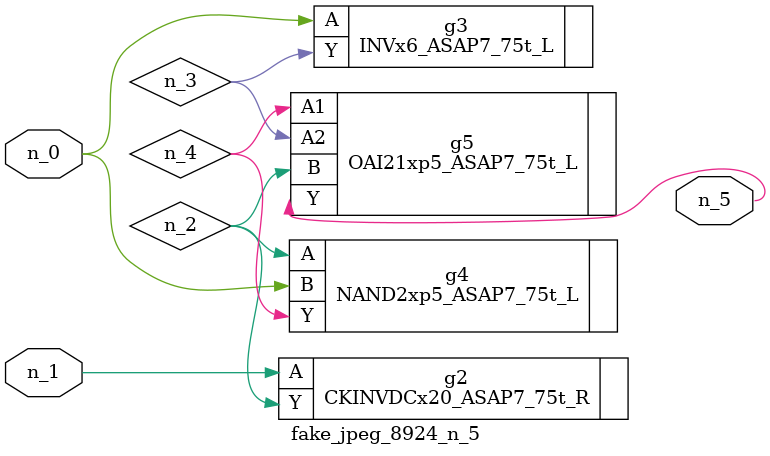
<source format=v>
module fake_jpeg_8924_n_5 (n_0, n_1, n_5);

input n_0;
input n_1;

output n_5;

wire n_3;
wire n_2;
wire n_4;

CKINVDCx20_ASAP7_75t_R g2 ( 
.A(n_1),
.Y(n_2)
);

INVx6_ASAP7_75t_L g3 ( 
.A(n_0),
.Y(n_3)
);

NAND2xp5_ASAP7_75t_L g4 ( 
.A(n_2),
.B(n_0),
.Y(n_4)
);

OAI21xp5_ASAP7_75t_L g5 ( 
.A1(n_4),
.A2(n_3),
.B(n_2),
.Y(n_5)
);


endmodule
</source>
